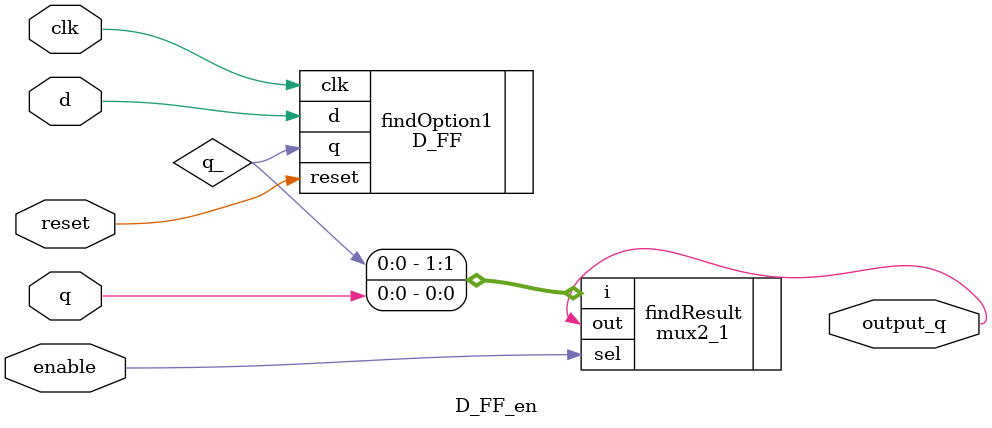
<source format=sv>
`timescale 1ns/10ps
module D_FF_en (clk, enable, reset, output_q, q, d);
	input logic clk, enable, d, q, reset;
	output logic output_q;
	logic q_;
	
	D_FF findOption1 (.clk(clk), .reset(reset), .q(q_), .d(d));
	
	mux2_1 findResult (.out(output_q), .i({q_, q}), .sel(enable));
endmodule


</source>
